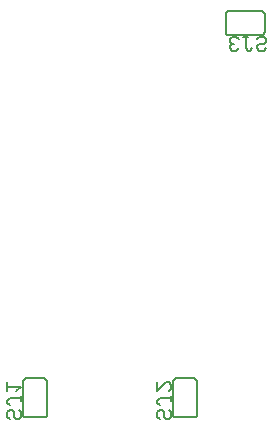
<source format=gbo>
G04 EAGLE Gerber RS-274X export*
G75*
%MOMM*%
%FSLAX34Y34*%
%LPD*%
%INSilkscreen Bottom*%
%IPPOS*%
%AMOC8*
5,1,8,0,0,1.08239X$1,22.5*%
G01*
%ADD10C,0.152400*%
%ADD11C,0.127000*%


D10*
X213360Y227330D02*
X213360Y255270D01*
X193040Y227330D02*
X193042Y227230D01*
X193048Y227131D01*
X193058Y227031D01*
X193071Y226933D01*
X193089Y226834D01*
X193110Y226737D01*
X193135Y226641D01*
X193164Y226545D01*
X193197Y226451D01*
X193233Y226358D01*
X193273Y226267D01*
X193317Y226177D01*
X193364Y226089D01*
X193414Y226003D01*
X193468Y225919D01*
X193525Y225837D01*
X193585Y225758D01*
X193649Y225680D01*
X193715Y225606D01*
X193784Y225534D01*
X193856Y225465D01*
X193930Y225399D01*
X194008Y225335D01*
X194087Y225275D01*
X194169Y225218D01*
X194253Y225164D01*
X194339Y225114D01*
X194427Y225067D01*
X194517Y225023D01*
X194608Y224983D01*
X194701Y224947D01*
X194795Y224914D01*
X194891Y224885D01*
X194987Y224860D01*
X195084Y224839D01*
X195183Y224821D01*
X195281Y224808D01*
X195381Y224798D01*
X195480Y224792D01*
X195580Y224790D01*
X193040Y255270D02*
X193042Y255370D01*
X193048Y255469D01*
X193058Y255569D01*
X193071Y255667D01*
X193089Y255766D01*
X193110Y255863D01*
X193135Y255959D01*
X193164Y256055D01*
X193197Y256149D01*
X193233Y256242D01*
X193273Y256333D01*
X193317Y256423D01*
X193364Y256511D01*
X193414Y256597D01*
X193468Y256681D01*
X193525Y256763D01*
X193585Y256842D01*
X193649Y256920D01*
X193715Y256994D01*
X193784Y257066D01*
X193856Y257135D01*
X193930Y257201D01*
X194008Y257265D01*
X194087Y257325D01*
X194169Y257382D01*
X194253Y257436D01*
X194339Y257486D01*
X194427Y257533D01*
X194517Y257577D01*
X194608Y257617D01*
X194701Y257653D01*
X194795Y257686D01*
X194891Y257715D01*
X194987Y257740D01*
X195084Y257761D01*
X195183Y257779D01*
X195281Y257792D01*
X195381Y257802D01*
X195480Y257808D01*
X195580Y257810D01*
X210820Y257810D02*
X210920Y257808D01*
X211019Y257802D01*
X211119Y257792D01*
X211217Y257779D01*
X211316Y257761D01*
X211413Y257740D01*
X211509Y257715D01*
X211605Y257686D01*
X211699Y257653D01*
X211792Y257617D01*
X211883Y257577D01*
X211973Y257533D01*
X212061Y257486D01*
X212147Y257436D01*
X212231Y257382D01*
X212313Y257325D01*
X212392Y257265D01*
X212470Y257201D01*
X212544Y257135D01*
X212616Y257066D01*
X212685Y256994D01*
X212751Y256920D01*
X212815Y256842D01*
X212875Y256763D01*
X212932Y256681D01*
X212986Y256597D01*
X213036Y256511D01*
X213083Y256423D01*
X213127Y256333D01*
X213167Y256242D01*
X213203Y256149D01*
X213236Y256055D01*
X213265Y255959D01*
X213290Y255863D01*
X213311Y255766D01*
X213329Y255667D01*
X213342Y255569D01*
X213352Y255469D01*
X213358Y255370D01*
X213360Y255270D01*
X213360Y227330D02*
X213358Y227230D01*
X213352Y227131D01*
X213342Y227031D01*
X213329Y226933D01*
X213311Y226834D01*
X213290Y226737D01*
X213265Y226641D01*
X213236Y226545D01*
X213203Y226451D01*
X213167Y226358D01*
X213127Y226267D01*
X213083Y226177D01*
X213036Y226089D01*
X212986Y226003D01*
X212932Y225919D01*
X212875Y225837D01*
X212815Y225758D01*
X212751Y225680D01*
X212685Y225606D01*
X212616Y225534D01*
X212544Y225465D01*
X212470Y225399D01*
X212392Y225335D01*
X212313Y225275D01*
X212231Y225218D01*
X212147Y225164D01*
X212061Y225114D01*
X211973Y225067D01*
X211883Y225023D01*
X211792Y224983D01*
X211699Y224947D01*
X211605Y224914D01*
X211509Y224885D01*
X211413Y224860D01*
X211316Y224839D01*
X211217Y224821D01*
X211119Y224808D01*
X211019Y224798D01*
X210920Y224792D01*
X210820Y224790D01*
X195580Y224790D01*
X195580Y257810D02*
X210820Y257810D01*
X193040Y255270D02*
X193040Y227330D01*
D11*
X191145Y229083D02*
X189238Y230990D01*
X191145Y229083D02*
X191145Y225270D01*
X189238Y223363D01*
X187332Y223363D01*
X185425Y225270D01*
X185425Y229083D01*
X183518Y230990D01*
X181612Y230990D01*
X179705Y229083D01*
X179705Y225270D01*
X181612Y223363D01*
X181612Y235057D02*
X179705Y236964D01*
X179705Y238870D01*
X181612Y240777D01*
X191145Y240777D01*
X191145Y238870D02*
X191145Y242684D01*
X187332Y246751D02*
X191145Y250564D01*
X179705Y250564D01*
X179705Y246751D02*
X179705Y254377D01*
D10*
X340360Y255270D02*
X340360Y227330D01*
X322580Y224790D02*
X322480Y224792D01*
X322381Y224798D01*
X322281Y224808D01*
X322183Y224821D01*
X322084Y224839D01*
X321987Y224860D01*
X321891Y224885D01*
X321795Y224914D01*
X321701Y224947D01*
X321608Y224983D01*
X321517Y225023D01*
X321427Y225067D01*
X321339Y225114D01*
X321253Y225164D01*
X321169Y225218D01*
X321087Y225275D01*
X321008Y225335D01*
X320930Y225399D01*
X320856Y225465D01*
X320784Y225534D01*
X320715Y225606D01*
X320649Y225680D01*
X320585Y225758D01*
X320525Y225837D01*
X320468Y225919D01*
X320414Y226003D01*
X320364Y226089D01*
X320317Y226177D01*
X320273Y226267D01*
X320233Y226358D01*
X320197Y226451D01*
X320164Y226545D01*
X320135Y226641D01*
X320110Y226737D01*
X320089Y226834D01*
X320071Y226933D01*
X320058Y227031D01*
X320048Y227131D01*
X320042Y227230D01*
X320040Y227330D01*
X320040Y255270D02*
X320042Y255370D01*
X320048Y255469D01*
X320058Y255569D01*
X320071Y255667D01*
X320089Y255766D01*
X320110Y255863D01*
X320135Y255959D01*
X320164Y256055D01*
X320197Y256149D01*
X320233Y256242D01*
X320273Y256333D01*
X320317Y256423D01*
X320364Y256511D01*
X320414Y256597D01*
X320468Y256681D01*
X320525Y256763D01*
X320585Y256842D01*
X320649Y256920D01*
X320715Y256994D01*
X320784Y257066D01*
X320856Y257135D01*
X320930Y257201D01*
X321008Y257265D01*
X321087Y257325D01*
X321169Y257382D01*
X321253Y257436D01*
X321339Y257486D01*
X321427Y257533D01*
X321517Y257577D01*
X321608Y257617D01*
X321701Y257653D01*
X321795Y257686D01*
X321891Y257715D01*
X321987Y257740D01*
X322084Y257761D01*
X322183Y257779D01*
X322281Y257792D01*
X322381Y257802D01*
X322480Y257808D01*
X322580Y257810D01*
X337820Y257810D02*
X337920Y257808D01*
X338019Y257802D01*
X338119Y257792D01*
X338217Y257779D01*
X338316Y257761D01*
X338413Y257740D01*
X338509Y257715D01*
X338605Y257686D01*
X338699Y257653D01*
X338792Y257617D01*
X338883Y257577D01*
X338973Y257533D01*
X339061Y257486D01*
X339147Y257436D01*
X339231Y257382D01*
X339313Y257325D01*
X339392Y257265D01*
X339470Y257201D01*
X339544Y257135D01*
X339616Y257066D01*
X339685Y256994D01*
X339751Y256920D01*
X339815Y256842D01*
X339875Y256763D01*
X339932Y256681D01*
X339986Y256597D01*
X340036Y256511D01*
X340083Y256423D01*
X340127Y256333D01*
X340167Y256242D01*
X340203Y256149D01*
X340236Y256055D01*
X340265Y255959D01*
X340290Y255863D01*
X340311Y255766D01*
X340329Y255667D01*
X340342Y255569D01*
X340352Y255469D01*
X340358Y255370D01*
X340360Y255270D01*
X340360Y227330D02*
X340358Y227230D01*
X340352Y227131D01*
X340342Y227031D01*
X340329Y226933D01*
X340311Y226834D01*
X340290Y226737D01*
X340265Y226641D01*
X340236Y226545D01*
X340203Y226451D01*
X340167Y226358D01*
X340127Y226267D01*
X340083Y226177D01*
X340036Y226089D01*
X339986Y226003D01*
X339932Y225919D01*
X339875Y225837D01*
X339815Y225758D01*
X339751Y225680D01*
X339685Y225606D01*
X339616Y225534D01*
X339544Y225465D01*
X339470Y225399D01*
X339392Y225335D01*
X339313Y225275D01*
X339231Y225218D01*
X339147Y225164D01*
X339061Y225114D01*
X338973Y225067D01*
X338883Y225023D01*
X338792Y224983D01*
X338699Y224947D01*
X338605Y224914D01*
X338509Y224885D01*
X338413Y224860D01*
X338316Y224839D01*
X338217Y224821D01*
X338119Y224808D01*
X338019Y224798D01*
X337920Y224792D01*
X337820Y224790D01*
X322580Y224790D01*
X322580Y257810D02*
X337820Y257810D01*
X320040Y255270D02*
X320040Y227330D01*
D11*
X318145Y229083D02*
X316238Y230990D01*
X318145Y229083D02*
X318145Y225270D01*
X316238Y223363D01*
X314332Y223363D01*
X312425Y225270D01*
X312425Y229083D01*
X310518Y230990D01*
X308612Y230990D01*
X306705Y229083D01*
X306705Y225270D01*
X308612Y223363D01*
X308612Y235057D02*
X306705Y236964D01*
X306705Y238870D01*
X308612Y240777D01*
X318145Y240777D01*
X318145Y238870D02*
X318145Y242684D01*
X306705Y246751D02*
X306705Y254377D01*
X306705Y246751D02*
X314332Y254377D01*
X316238Y254377D01*
X318145Y252471D01*
X318145Y248658D01*
X316238Y246751D01*
D10*
X367030Y568960D02*
X394970Y568960D01*
X397510Y551180D02*
X397508Y551080D01*
X397502Y550981D01*
X397492Y550881D01*
X397479Y550783D01*
X397461Y550684D01*
X397440Y550587D01*
X397415Y550491D01*
X397386Y550395D01*
X397353Y550301D01*
X397317Y550208D01*
X397277Y550117D01*
X397233Y550027D01*
X397186Y549939D01*
X397136Y549853D01*
X397082Y549769D01*
X397025Y549687D01*
X396965Y549608D01*
X396901Y549530D01*
X396835Y549456D01*
X396766Y549384D01*
X396694Y549315D01*
X396620Y549249D01*
X396542Y549185D01*
X396463Y549125D01*
X396381Y549068D01*
X396297Y549014D01*
X396211Y548964D01*
X396123Y548917D01*
X396033Y548873D01*
X395942Y548833D01*
X395849Y548797D01*
X395755Y548764D01*
X395659Y548735D01*
X395563Y548710D01*
X395466Y548689D01*
X395367Y548671D01*
X395269Y548658D01*
X395169Y548648D01*
X395070Y548642D01*
X394970Y548640D01*
X367030Y548640D02*
X366930Y548642D01*
X366831Y548648D01*
X366731Y548658D01*
X366633Y548671D01*
X366534Y548689D01*
X366437Y548710D01*
X366341Y548735D01*
X366245Y548764D01*
X366151Y548797D01*
X366058Y548833D01*
X365967Y548873D01*
X365877Y548917D01*
X365789Y548964D01*
X365703Y549014D01*
X365619Y549068D01*
X365537Y549125D01*
X365458Y549185D01*
X365380Y549249D01*
X365306Y549315D01*
X365234Y549384D01*
X365165Y549456D01*
X365099Y549530D01*
X365035Y549608D01*
X364975Y549687D01*
X364918Y549769D01*
X364864Y549853D01*
X364814Y549939D01*
X364767Y550027D01*
X364723Y550117D01*
X364683Y550208D01*
X364647Y550301D01*
X364614Y550395D01*
X364585Y550491D01*
X364560Y550587D01*
X364539Y550684D01*
X364521Y550783D01*
X364508Y550881D01*
X364498Y550981D01*
X364492Y551080D01*
X364490Y551180D01*
X364490Y566420D02*
X364492Y566520D01*
X364498Y566619D01*
X364508Y566719D01*
X364521Y566817D01*
X364539Y566916D01*
X364560Y567013D01*
X364585Y567109D01*
X364614Y567205D01*
X364647Y567299D01*
X364683Y567392D01*
X364723Y567483D01*
X364767Y567573D01*
X364814Y567661D01*
X364864Y567747D01*
X364918Y567831D01*
X364975Y567913D01*
X365035Y567992D01*
X365099Y568070D01*
X365165Y568144D01*
X365234Y568216D01*
X365306Y568285D01*
X365380Y568351D01*
X365458Y568415D01*
X365537Y568475D01*
X365619Y568532D01*
X365703Y568586D01*
X365789Y568636D01*
X365877Y568683D01*
X365967Y568727D01*
X366058Y568767D01*
X366151Y568803D01*
X366245Y568836D01*
X366341Y568865D01*
X366437Y568890D01*
X366534Y568911D01*
X366633Y568929D01*
X366731Y568942D01*
X366831Y568952D01*
X366930Y568958D01*
X367030Y568960D01*
X394970Y568960D02*
X395070Y568958D01*
X395169Y568952D01*
X395269Y568942D01*
X395367Y568929D01*
X395466Y568911D01*
X395563Y568890D01*
X395659Y568865D01*
X395755Y568836D01*
X395849Y568803D01*
X395942Y568767D01*
X396033Y568727D01*
X396123Y568683D01*
X396211Y568636D01*
X396297Y568586D01*
X396381Y568532D01*
X396463Y568475D01*
X396542Y568415D01*
X396620Y568351D01*
X396694Y568285D01*
X396766Y568216D01*
X396835Y568144D01*
X396901Y568070D01*
X396965Y567992D01*
X397025Y567913D01*
X397082Y567831D01*
X397136Y567747D01*
X397186Y567661D01*
X397233Y567573D01*
X397277Y567483D01*
X397317Y567392D01*
X397353Y567299D01*
X397386Y567205D01*
X397415Y567109D01*
X397440Y567013D01*
X397461Y566916D01*
X397479Y566817D01*
X397492Y566719D01*
X397502Y566619D01*
X397508Y566520D01*
X397510Y566420D01*
X397510Y551180D01*
X364490Y551180D02*
X364490Y566420D01*
X367030Y548640D02*
X394970Y548640D01*
D11*
X393217Y546745D02*
X391310Y544838D01*
X393217Y546745D02*
X397030Y546745D01*
X398937Y544838D01*
X398937Y542932D01*
X397030Y541025D01*
X393217Y541025D01*
X391310Y539118D01*
X391310Y537212D01*
X393217Y535305D01*
X397030Y535305D01*
X398937Y537212D01*
X387243Y537212D02*
X385336Y535305D01*
X383430Y535305D01*
X381523Y537212D01*
X381523Y546745D01*
X379617Y546745D02*
X383430Y546745D01*
X375549Y544838D02*
X373642Y546745D01*
X369829Y546745D01*
X367923Y544838D01*
X367923Y542932D01*
X369829Y541025D01*
X371736Y541025D01*
X369829Y541025D02*
X367923Y539118D01*
X367923Y537212D01*
X369829Y535305D01*
X373642Y535305D01*
X375549Y537212D01*
M02*

</source>
